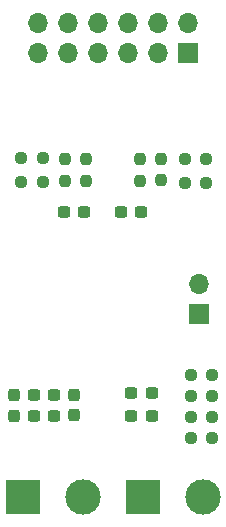
<source format=gbs>
G04 #@! TF.GenerationSoftware,KiCad,Pcbnew,7.0.9-7.0.9~ubuntu20.04.1*
G04 #@! TF.CreationDate,2023-12-17T15:18:06+01:00*
G04 #@! TF.ProjectId,kicad-pmod_rs485,6b696361-642d-4706-9d6f-645f72733438,rev?*
G04 #@! TF.SameCoordinates,Original*
G04 #@! TF.FileFunction,Soldermask,Bot*
G04 #@! TF.FilePolarity,Negative*
%FSLAX46Y46*%
G04 Gerber Fmt 4.6, Leading zero omitted, Abs format (unit mm)*
G04 Created by KiCad (PCBNEW 7.0.9-7.0.9~ubuntu20.04.1) date 2023-12-17 15:18:06*
%MOMM*%
%LPD*%
G01*
G04 APERTURE LIST*
G04 Aperture macros list*
%AMRoundRect*
0 Rectangle with rounded corners*
0 $1 Rounding radius*
0 $2 $3 $4 $5 $6 $7 $8 $9 X,Y pos of 4 corners*
0 Add a 4 corners polygon primitive as box body*
4,1,4,$2,$3,$4,$5,$6,$7,$8,$9,$2,$3,0*
0 Add four circle primitives for the rounded corners*
1,1,$1+$1,$2,$3*
1,1,$1+$1,$4,$5*
1,1,$1+$1,$6,$7*
1,1,$1+$1,$8,$9*
0 Add four rect primitives between the rounded corners*
20,1,$1+$1,$2,$3,$4,$5,0*
20,1,$1+$1,$4,$5,$6,$7,0*
20,1,$1+$1,$6,$7,$8,$9,0*
20,1,$1+$1,$8,$9,$2,$3,0*%
G04 Aperture macros list end*
%ADD10R,3.000000X3.000000*%
%ADD11C,3.000000*%
%ADD12R,1.700000X1.700000*%
%ADD13O,1.700000X1.700000*%
%ADD14RoundRect,0.237500X-0.237500X0.287500X-0.237500X-0.287500X0.237500X-0.287500X0.237500X0.287500X0*%
%ADD15RoundRect,0.237500X-0.250000X-0.237500X0.250000X-0.237500X0.250000X0.237500X-0.250000X0.237500X0*%
%ADD16RoundRect,0.237500X0.300000X0.237500X-0.300000X0.237500X-0.300000X-0.237500X0.300000X-0.237500X0*%
%ADD17RoundRect,0.237500X-0.300000X-0.237500X0.300000X-0.237500X0.300000X0.237500X-0.300000X0.237500X0*%
%ADD18RoundRect,0.237500X0.237500X-0.250000X0.237500X0.250000X-0.237500X0.250000X-0.237500X-0.250000X0*%
%ADD19RoundRect,0.237500X-0.237500X0.250000X-0.237500X-0.250000X0.237500X-0.250000X0.237500X0.250000X0*%
%ADD20RoundRect,0.237500X0.250000X0.237500X-0.250000X0.237500X-0.250000X-0.237500X0.250000X-0.237500X0*%
G04 APERTURE END LIST*
D10*
X130302000Y-105410000D03*
D11*
X135382000Y-105410000D03*
D12*
X135001000Y-89921000D03*
D13*
X135001000Y-87381000D03*
D10*
X120142000Y-105410000D03*
D11*
X125222000Y-105410000D03*
D12*
X134112000Y-67818000D03*
D13*
X134112000Y-65278000D03*
X131572000Y-67818000D03*
X131572000Y-65278000D03*
X129032000Y-67818000D03*
X129032000Y-65278000D03*
X126492000Y-67818000D03*
X126492000Y-65278000D03*
X123952000Y-67818000D03*
X123952000Y-65278000D03*
X121412000Y-67818000D03*
X121412000Y-65278000D03*
D14*
X119380000Y-96788000D03*
X119380000Y-98538000D03*
D15*
X133834500Y-76811500D03*
X135659500Y-76811500D03*
D16*
X122782500Y-98552000D03*
X121057500Y-98552000D03*
D17*
X129312500Y-96647000D03*
X131037500Y-96647000D03*
D18*
X130048000Y-78636500D03*
X130048000Y-76811500D03*
D19*
X131826000Y-76788000D03*
X131826000Y-78613000D03*
D16*
X122782500Y-96774000D03*
X121057500Y-96774000D03*
X125322500Y-81280000D03*
X123597500Y-81280000D03*
D15*
X133834500Y-78843500D03*
X135659500Y-78843500D03*
D16*
X130148500Y-81280000D03*
X128423500Y-81280000D03*
D17*
X129312500Y-98552000D03*
X131037500Y-98552000D03*
D19*
X123698000Y-76811500D03*
X123698000Y-78636500D03*
D14*
X124460000Y-96774000D03*
X124460000Y-98524000D03*
D20*
X121816500Y-78740000D03*
X119991500Y-78740000D03*
D19*
X125476000Y-76811500D03*
X125476000Y-78636500D03*
D20*
X136167500Y-98679000D03*
X134342500Y-98679000D03*
X136167500Y-96901000D03*
X134342500Y-96901000D03*
X121816500Y-76708000D03*
X119991500Y-76708000D03*
X136167500Y-95123000D03*
X134342500Y-95123000D03*
X136167500Y-100457000D03*
X134342500Y-100457000D03*
M02*

</source>
